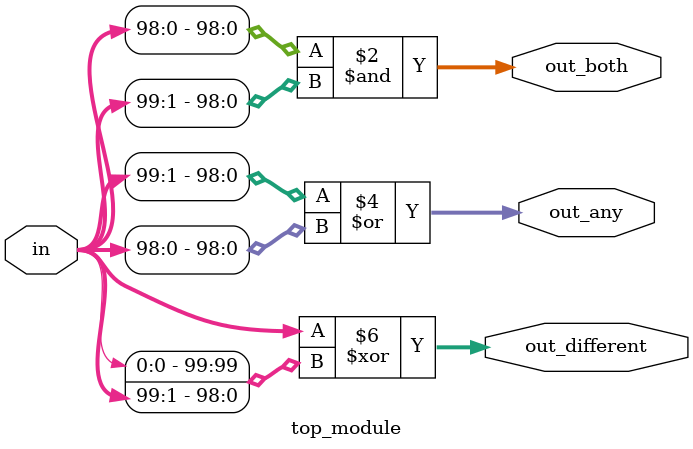
<source format=sv>
module top_module (
    input [99:0] in,
    output reg [98:0] out_both,
    output reg [99:1] out_any,
    output reg [99:0] out_different
);

    always @* begin
        out_both = in[98:0] & in[99:1];
    end
    
    always @* begin
        out_any[0] = in[0];
        out_any[99:1] = in[99:1] | in[0:98];
    end
    
    always @* begin
        out_different = in ^ {in[0], in[99:1]};
    end

endmodule

</source>
